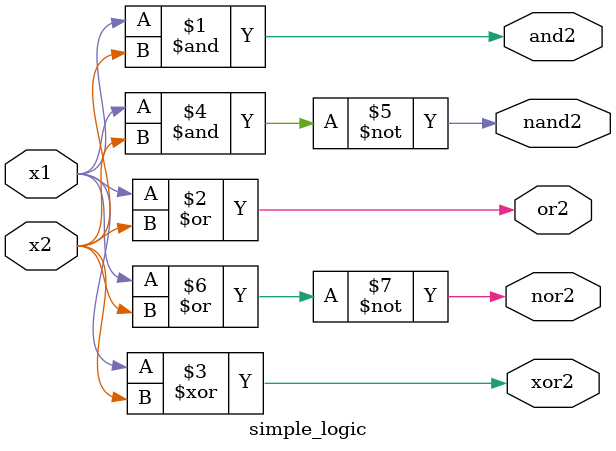
<source format=v>
module simple_logic(
	input x1,
	input x2,
	output and2,
	output or2,
	output xor2,
	output nand2,
	output nor2
);

	assign and2 = x1 & x2;
	assign or2 = x1 | x2;
	assign xor2 = x1 ^ x2;
	assign nand2 = ~(x1 & x2);
	assign nor2 = ~(x1 | x2);
	
endmodule

</source>
